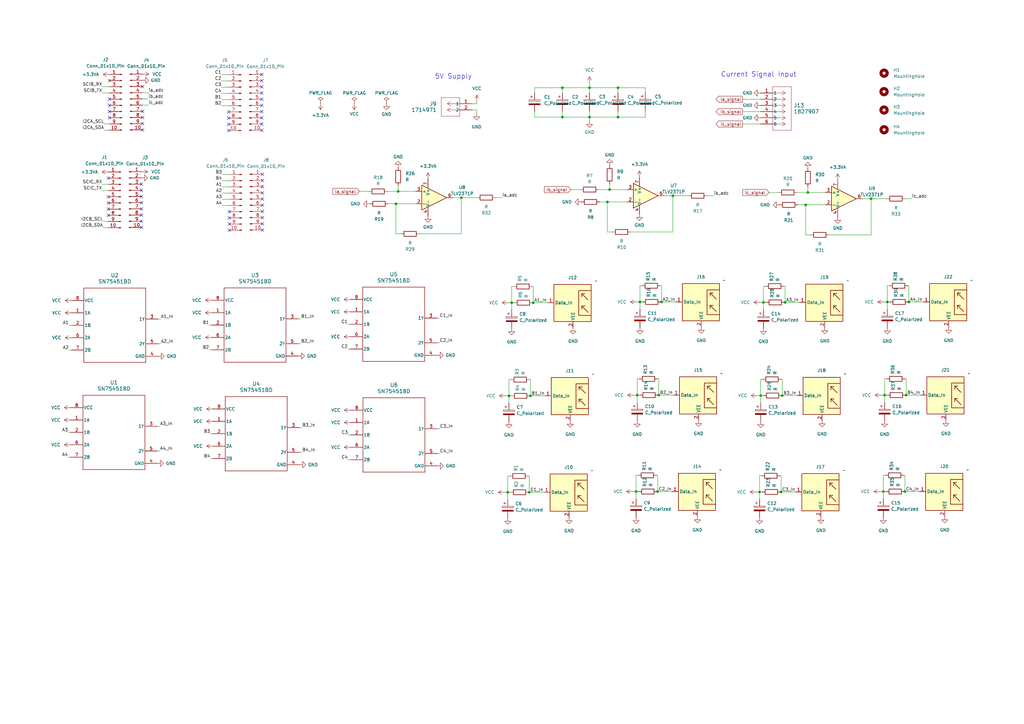
<source format=kicad_sch>
(kicad_sch (version 20230121) (generator eeschema)
  (paper "A3")
  (junction (at 362.331 201.5998))
  (junction (at 253.4666 35.9664))
  (junction (at 269.7226 201.5998))
  (junction (at 270.2052 162.052))
  (junction (at 162.3822 83.5914))
  (junction (at 209.8548 124.1552))
  (junction (at 331.343 78.9432))
  (junction (at 189.23 81.0514))
  (junction (at 371.6528 162.052))
  (junction (at 230.6828 35.9664))
  (junction (at 357.2764 81.4832))
  (junction (at 313.1312 124.0282))
  (junction (at 241.7826 35.9664))
  (junction (at 163.2966 78.5114))
  (junction (at 249.1232 82.8294))
  (junction (at 253.4666 48.0314))
  (junction (at 241.7826 48.0314))
  (junction (at 261.366 162.052))
  (junction (at 217.5764 162.3568))
  (junction (at 363.9312 123.8504))
  (junction (at 275.971 80.2894))
  (junction (at 230.6828 48.0314))
  (junction (at 262.4836 123.8504))
  (junction (at 372.7704 123.8504))
  (junction (at 218.694 124.1552))
  (junction (at 260.8834 201.5998))
  (junction (at 217.0938 201.9046))
  (junction (at 312.0136 162.2298))
  (junction (at 271.3228 123.8504))
  (junction (at 250.0376 77.7494))
  (junction (at 311.531 201.7776))
  (junction (at 208.2546 201.9046))
  (junction (at 208.7372 162.3568))
  (junction (at 320.8528 162.2298))
  (junction (at 321.9704 124.0282))
  (junction (at 330.4286 84.0232))
  (junction (at 362.8136 162.052))
  (junction (at 320.3702 201.7776))
  (junction (at 371.1702 201.5998))
  (no_connect (at 94.0562 89.3572))
  (no_connect (at 44.8818 48.2854))
  (no_connect (at 107.3658 33.0962))
  (no_connect (at 93.8022 50.9778))
  (no_connect (at 58.4454 35.4838))
  (no_connect (at 44.8818 33.0454))
  (no_connect (at 107.3658 30.5562))
  (no_connect (at 44.45 88.3158))
  (no_connect (at 107.6198 84.1756))
  (no_connect (at 58.0136 90.7542))
  (no_connect (at 107.6198 74.0156))
  (no_connect (at 44.8818 43.2054))
  (no_connect (at 107.3658 53.4162))
  (no_connect (at 58.0136 85.6742))
  (no_connect (at 44.45 85.7758))
  (no_connect (at 58.4454 50.7238))
  (no_connect (at 107.6198 76.5556))
  (no_connect (at 107.3658 48.3362))
  (no_connect (at 58.0136 88.2142))
  (no_connect (at 58.0136 75.5142))
  (no_connect (at 44.45 73.0758))
  (no_connect (at 107.3658 35.6362))
  (no_connect (at 93.8022 48.4378))
  (no_connect (at 107.3658 40.7162))
  (no_connect (at 94.0562 94.4372))
  (no_connect (at 107.6198 81.6356))
  (no_connect (at 107.6198 79.0956))
  (no_connect (at 44.45 83.2358))
  (no_connect (at 107.6198 94.3356))
  (no_connect (at 58.0136 80.5942))
  (no_connect (at 93.8022 45.8978))
  (no_connect (at 58.4454 48.1838))
  (no_connect (at 44.45 80.6958))
  (no_connect (at 58.4454 45.6438))
  (no_connect (at 107.6198 86.7156))
  (no_connect (at 44.8818 45.7454))
  (no_connect (at 44.8818 40.6654))
  (no_connect (at 107.3658 38.1762))
  (no_connect (at 58.4454 53.2638))
  (no_connect (at 58.0136 83.1342))
  (no_connect (at 107.3658 50.8762))
  (no_connect (at 94.0562 91.8972))
  (no_connect (at 58.0136 93.2942))
  (no_connect (at 107.6198 89.2556))
  (no_connect (at 107.3658 43.2562))
  (no_connect (at 58.0136 78.0542))
  (no_connect (at 107.6198 71.4756))
  (no_connect (at 107.3658 45.7962))
  (no_connect (at 93.8022 53.5178))
  (no_connect (at 94.0562 86.8172))
  (no_connect (at 107.6198 91.7956))
  (wire (pts (xy 208.5086 124.1552) (xy 209.8548 124.1552)))
  (wire (pts (xy 262.1788 155.3972) (xy 261.366 155.3972)))
  (wire (pts (xy 189.23 81.0514) (xy 185.6994 81.0514)))
  (wire (pts (xy 179.2478 140.6144) (xy 180.3146 140.6144)))
  (wire (pts (xy 249.1232 82.8294) (xy 249.1232 95.1484)))
  (wire (pts (xy 320.167 201.7776) (xy 320.3702 201.7776)))
  (wire (pts (xy 304.546 50.8508) (xy 311.8866 50.8508)))
  (wire (pts (xy 260.8834 201.5998) (xy 260.8834 204.597)))
  (wire (pts (xy 371.4496 162.052) (xy 371.6528 162.052)))
  (wire (pts (xy 330.4286 96.3422) (xy 332.4352 96.3422)))
  (wire (pts (xy 217.0938 201.9046) (xy 222.9866 201.9046)))
  (wire (pts (xy 313.1312 124.0282) (xy 314.1472 124.0282)))
  (wire (pts (xy 58.4454 40.5638) (xy 60.8584 40.5638)))
  (wire (pts (xy 91.059 84.2772) (xy 94.0562 84.2772)))
  (wire (pts (xy 261.366 162.052) (xy 261.366 165.0492)))
  (wire (pts (xy 193.6496 42.545) (xy 195.58 42.545)))
  (wire (pts (xy 208.7372 155.702) (xy 208.7372 162.3568)))
  (wire (pts (xy 142.621 143.1544) (xy 143.6878 143.1544)))
  (wire (pts (xy 262.4836 117.1956) (xy 262.4836 123.8504)))
  (wire (pts (xy 162.3822 95.9104) (xy 164.3888 95.9104)))
  (wire (pts (xy 269.3162 194.945) (xy 269.7226 194.945)))
  (wire (pts (xy 321.564 117.3734) (xy 321.9704 117.3734)))
  (wire (pts (xy 209.8548 124.1552) (xy 209.8548 127.1524)))
  (wire (pts (xy 321.9704 124.0282) (xy 327.8632 124.0282)))
  (wire (pts (xy 261.6962 194.945) (xy 260.8834 194.945)))
  (wire (pts (xy 269.7226 194.945) (xy 269.7226 201.5998)))
  (wire (pts (xy 372.364 117.1956) (xy 372.7704 117.1956)))
  (wire (pts (xy 357.2764 81.4832) (xy 353.7458 81.4832)))
  (wire (pts (xy 209.55 155.702) (xy 208.7372 155.702)))
  (wire (pts (xy 218.4908 124.1552) (xy 218.694 124.1552)))
  (wire (pts (xy 217.5764 155.702) (xy 217.5764 162.3568)))
  (wire (pts (xy 241.7826 48.0314) (xy 253.4666 48.0314)))
  (wire (pts (xy 362.8136 162.052) (xy 363.8296 162.052)))
  (wire (pts (xy 58.4454 38.0238) (xy 60.9092 38.0238)))
  (wire (pts (xy 264.668 45.593) (xy 264.668 48.0314)))
  (wire (pts (xy 230.6828 35.9664) (xy 230.6828 38.1)))
  (wire (pts (xy 289.9918 80.2894) (xy 292.7096 80.2894)))
  (wire (pts (xy 163.2966 76.2508) (xy 163.2966 78.5114)))
  (wire (pts (xy 41.8846 78.1558) (xy 44.45 78.1558)))
  (wire (pts (xy 258.7498 95.1484) (xy 275.971 95.1484)))
  (wire (pts (xy 27.8892 187.5028) (xy 28.956 187.5028)))
  (wire (pts (xy 338.5058 84.0232) (xy 330.4286 84.0232)))
  (wire (pts (xy 320.8528 155.575) (xy 320.8528 162.2298)))
  (wire (pts (xy 241.7826 35.9664) (xy 253.4666 35.9664)))
  (wire (pts (xy 64.516 184.9628) (xy 65.5828 184.9628)))
  (wire (pts (xy 142.7226 178.3842) (xy 143.7894 178.3842)))
  (wire (pts (xy 219.2528 45.7962) (xy 219.2528 48.0314)))
  (wire (pts (xy 122.3772 130.7846) (xy 123.444 130.7846)))
  (wire (pts (xy 275.971 80.2894) (xy 282.3718 80.2894)))
  (wire (pts (xy 362.331 201.5998) (xy 363.347 201.5998)))
  (wire (pts (xy 241.7826 45.6438) (xy 241.7826 48.0314)))
  (wire (pts (xy 270.2052 162.052) (xy 276.098 162.052)))
  (wire (pts (xy 257.2004 82.8294) (xy 249.1232 82.8294)))
  (wire (pts (xy 90.805 30.6578) (xy 93.8022 30.6578)))
  (wire (pts (xy 217.3732 162.3568) (xy 217.5764 162.3568)))
  (wire (pts (xy 91.059 79.1972) (xy 94.0562 79.1972)))
  (wire (pts (xy 364.744 117.1956) (xy 363.9312 117.1956)))
  (wire (pts (xy 219.2528 38.1762) (xy 219.2528 35.9664)))
  (wire (pts (xy 363.9312 117.1956) (xy 363.9312 123.8504)))
  (wire (pts (xy 179.3494 175.8442) (xy 180.4162 175.8442)))
  (wire (pts (xy 207.391 162.3568) (xy 208.7372 162.3568)))
  (wire (pts (xy 58.4454 43.1038) (xy 60.8838 43.1038)))
  (wire (pts (xy 179.3494 186.0042) (xy 180.4162 186.0042)))
  (wire (pts (xy 330.4286 84.0232) (xy 330.4286 96.3422)))
  (wire (pts (xy 27.8892 177.3428) (xy 28.956 177.3428)))
  (wire (pts (xy 217.0938 195.2498) (xy 217.0938 201.9046)))
  (wire (pts (xy 28.2194 143.5608) (xy 29.2862 143.5608)))
  (wire (pts (xy 262.4836 123.8504) (xy 262.4836 126.8476)))
  (wire (pts (xy 91.059 81.7372) (xy 94.0562 81.7372)))
  (wire (pts (xy 86.233 188.0616) (xy 87.2998 188.0616)))
  (wire (pts (xy 321.9704 117.3734) (xy 321.9704 124.0282)))
  (wire (pts (xy 269.7226 201.5998) (xy 275.6154 201.5998)))
  (wire (pts (xy 259.5372 201.5998) (xy 260.8834 201.5998)))
  (wire (pts (xy 361.4674 162.052) (xy 362.8136 162.052)))
  (wire (pts (xy 41.8846 75.6158) (xy 44.45 75.6158)))
  (wire (pts (xy 249.1232 95.1484) (xy 251.1298 95.1484)))
  (wire (pts (xy 90.805 33.1978) (xy 93.8022 33.1978)))
  (wire (pts (xy 257.2004 77.7494) (xy 250.0376 77.7494)))
  (wire (pts (xy 245.6434 77.7494) (xy 250.0376 77.7494)))
  (wire (pts (xy 85.7504 133.3246) (xy 86.8172 133.3246)))
  (wire (pts (xy 193.6496 45.085) (xy 195.4784 45.085)))
  (wire (pts (xy 261.366 162.052) (xy 262.382 162.052)))
  (wire (pts (xy 372.7704 123.8504) (xy 378.6632 123.8504)))
  (wire (pts (xy 312.0136 155.575) (xy 312.0136 162.2298)))
  (wire (pts (xy 370.967 201.5998) (xy 371.1702 201.5998)))
  (wire (pts (xy 371.1702 194.945) (xy 371.1702 201.5998)))
  (wire (pts (xy 234.1372 77.7494) (xy 238.0234 77.7494)))
  (wire (pts (xy 230.6828 48.0314) (xy 241.7826 48.0314)))
  (wire (pts (xy 264.668 48.0314) (xy 253.4666 48.0314)))
  (wire (pts (xy 162.3822 83.5914) (xy 162.3822 95.9104)))
  (wire (pts (xy 262.4836 123.8504) (xy 263.4996 123.8504)))
  (wire (pts (xy 64.8462 130.8608) (xy 65.913 130.8608)))
  (wire (pts (xy 253.4666 35.9664) (xy 264.668 35.9664)))
  (wire (pts (xy 42.2402 93.3958) (xy 44.45 93.3958)))
  (wire (pts (xy 275.971 80.2894) (xy 272.4404 80.2894)))
  (wire (pts (xy 320.3702 195.1228) (xy 320.3702 201.7776)))
  (wire (pts (xy 319.9638 195.1228) (xy 320.3702 195.1228)))
  (wire (pts (xy 189.23 95.9104) (xy 189.23 81.0514)))
  (wire (pts (xy 360.9848 201.5998) (xy 362.331 201.5998)))
  (wire (pts (xy 245.999 82.8294) (xy 249.1232 82.8294)))
  (wire (pts (xy 230.6828 35.9664) (xy 241.7826 35.9664)))
  (wire (pts (xy 320.4464 155.575) (xy 320.8528 155.575)))
  (wire (pts (xy 179.2478 130.4544) (xy 180.3146 130.4544)))
  (wire (pts (xy 271.3228 117.1956) (xy 271.3228 123.8504)))
  (wire (pts (xy 264.668 37.973) (xy 264.668 35.9664)))
  (wire (pts (xy 363.9312 123.8504) (xy 363.9312 126.8476)))
  (wire (pts (xy 219.2528 48.0314) (xy 230.6828 48.0314)))
  (wire (pts (xy 158.9024 78.5114) (xy 163.2966 78.5114)))
  (wire (pts (xy 362.585 123.8504) (xy 363.9312 123.8504)))
  (wire (pts (xy 216.6874 195.2498) (xy 217.0938 195.2498)))
  (wire (pts (xy 371.6528 162.052) (xy 377.5456 162.052)))
  (wire (pts (xy 195.4784 45.085) (xy 195.4784 46.6598)))
  (wire (pts (xy 208.2546 201.9046) (xy 209.2706 201.9046)))
  (wire (pts (xy 28.2194 133.4008) (xy 29.2862 133.4008)))
  (wire (pts (xy 275.971 95.1484) (xy 275.971 80.2894)))
  (wire (pts (xy 362.8136 162.052) (xy 362.8136 165.0492)))
  (wire (pts (xy 210.6676 117.5004) (xy 209.8548 117.5004)))
  (wire (pts (xy 311.785 124.0282) (xy 313.1312 124.0282)))
  (wire (pts (xy 64.8462 141.0208) (xy 65.913 141.0208)))
  (wire (pts (xy 312.0136 162.2298) (xy 313.0296 162.2298)))
  (wire (pts (xy 142.7226 188.5442) (xy 143.7894 188.5442)))
  (wire (pts (xy 203.2508 81.0514) (xy 205.9686 81.0514)))
  (wire (pts (xy 311.531 201.7776) (xy 311.531 204.7748)))
  (wire (pts (xy 311.531 201.7776) (xy 312.547 201.7776)))
  (wire (pts (xy 371.6528 155.3972) (xy 371.6528 162.052)))
  (wire (pts (xy 313.1312 117.3734) (xy 313.1312 124.0282)))
  (wire (pts (xy 263.2964 117.1956) (xy 262.4836 117.1956)))
  (wire (pts (xy 189.23 81.0514) (xy 195.6308 81.0514)))
  (wire (pts (xy 269.5194 201.5998) (xy 269.7226 201.5998)))
  (wire (pts (xy 217.17 155.702) (xy 217.5764 155.702)))
  (wire (pts (xy 170.4594 83.5914) (xy 162.3822 83.5914)))
  (wire (pts (xy 208.2546 201.9046) (xy 208.2546 204.9018)))
  (wire (pts (xy 216.8906 201.9046) (xy 217.0938 201.9046)))
  (wire (pts (xy 370.7638 194.945) (xy 371.1702 194.945)))
  (wire (pts (xy 209.8548 117.5004) (xy 209.8548 124.1552)))
  (wire (pts (xy 371.2464 155.3972) (xy 371.6528 155.3972)))
  (wire (pts (xy 91.059 76.6572) (xy 94.0562 76.6572)))
  (wire (pts (xy 312.8264 155.575) (xy 312.0136 155.575)))
  (wire (pts (xy 122.3772 140.9446) (xy 123.444 140.9446)))
  (wire (pts (xy 122.8598 175.3616) (xy 123.9266 175.3616)))
  (wire (pts (xy 326.9488 78.9432) (xy 331.343 78.9432)))
  (wire (pts (xy 91.059 71.5772) (xy 94.0562 71.5772)))
  (wire (pts (xy 371.2972 81.4832) (xy 374.015 81.4832)))
  (wire (pts (xy 363.1438 194.945) (xy 362.331 194.945)))
  (wire (pts (xy 217.5764 162.3568) (xy 223.4692 162.3568)))
  (wire (pts (xy 170.4594 78.5114) (xy 163.2966 78.5114)))
  (wire (pts (xy 320.8528 162.2298) (xy 326.7456 162.2298)))
  (wire (pts (xy 159.258 83.5914) (xy 162.3822 83.5914)))
  (wire (pts (xy 172.0088 95.9104) (xy 189.23 95.9104)))
  (wire (pts (xy 327.3044 84.0232) (xy 330.4286 84.0232)))
  (wire (pts (xy 147.3962 78.5114) (xy 151.2824 78.5114)))
  (wire (pts (xy 218.2876 117.5004) (xy 218.694 117.5004)))
  (wire (pts (xy 269.7988 155.3972) (xy 270.2052 155.3972)))
  (wire (pts (xy 372.5672 123.8504) (xy 372.7704 123.8504)))
  (wire (pts (xy 372.7704 117.1956) (xy 372.7704 123.8504)))
  (wire (pts (xy 362.331 201.5998) (xy 362.331 204.597)))
  (wire (pts (xy 208.7372 162.3568) (xy 209.7532 162.3568)))
  (wire (pts (xy 357.2764 96.3422) (xy 357.2764 81.4832)))
  (wire (pts (xy 362.8136 155.3972) (xy 362.8136 162.052)))
  (wire (pts (xy 41.91 35.5854) (xy 44.8818 35.5854)))
  (wire (pts (xy 260.8834 194.945) (xy 260.8834 201.5998)))
  (wire (pts (xy 331.343 76.6826) (xy 331.343 78.9432)))
  (wire (pts (xy 230.6828 45.72) (xy 230.6828 48.0314)))
  (wire (pts (xy 321.7672 124.0282) (xy 321.9704 124.0282)))
  (wire (pts (xy 311.531 195.1228) (xy 311.531 201.7776)))
  (wire (pts (xy 208.7372 162.3568) (xy 208.7372 165.354)))
  (wire (pts (xy 90.805 40.8178) (xy 93.8022 40.8178)))
  (wire (pts (xy 241.7826 34.0614) (xy 241.7826 35.9664)))
  (wire (pts (xy 315.4426 78.9432) (xy 319.3288 78.9432)))
  (wire (pts (xy 91.059 74.1172) (xy 94.0562 74.1172)))
  (wire (pts (xy 250.0376 75.4888) (xy 250.0376 77.7494)))
  (wire (pts (xy 270.9164 117.1956) (xy 271.3228 117.1956)))
  (wire (pts (xy 85.7504 143.4846) (xy 86.8172 143.4846)))
  (wire (pts (xy 304.546 45.7708) (xy 311.8866 45.7708)))
  (wire (pts (xy 310.1848 201.7776) (xy 311.531 201.7776)))
  (wire (pts (xy 312.3438 195.1228) (xy 311.531 195.1228)))
  (wire (pts (xy 271.3228 123.8504) (xy 277.2156 123.8504)))
  (wire (pts (xy 209.8548 124.1552) (xy 210.8708 124.1552)))
  (wire (pts (xy 313.944 117.3734) (xy 313.1312 117.3734)))
  (wire (pts (xy 310.6674 162.2298) (xy 312.0136 162.2298)))
  (wire (pts (xy 64.516 174.8028) (xy 65.5828 174.8028)))
  (wire (pts (xy 357.2764 81.4832) (xy 363.6772 81.4832)))
  (wire (pts (xy 90.805 38.2778) (xy 93.8022 38.2778)))
  (wire (pts (xy 41.9354 38.1254) (xy 44.8818 38.1254)))
  (wire (pts (xy 241.7826 48.0314) (xy 241.7826 49.7586)))
  (wire (pts (xy 42.672 50.8254) (xy 44.8818 50.8254)))
  (wire (pts (xy 261.366 155.3972) (xy 261.366 162.052)))
  (wire (pts (xy 42.2656 90.8558) (xy 44.45 90.8558)))
  (wire (pts (xy 371.1702 201.5998) (xy 377.063 201.5998)))
  (wire (pts (xy 261.1374 123.8504) (xy 262.4836 123.8504)))
  (wire (pts (xy 42.672 53.3654) (xy 44.8818 53.3654)))
  (wire (pts (xy 271.1196 123.8504) (xy 271.3228 123.8504)))
  (wire (pts (xy 362.331 194.945) (xy 362.331 201.5998)))
  (wire (pts (xy 313.1312 124.0282) (xy 313.1312 127.0254)))
  (wire (pts (xy 363.9312 123.8504) (xy 364.9472 123.8504)))
  (wire (pts (xy 142.621 132.9944) (xy 143.6878 132.9944)))
  (wire (pts (xy 218.694 124.1552) (xy 224.5868 124.1552)))
  (wire (pts (xy 320.6496 162.2298) (xy 320.8528 162.2298)))
  (wire (pts (xy 90.805 43.3578) (xy 93.8022 43.3578)))
  (wire (pts (xy 260.0198 162.052) (xy 261.366 162.052)))
  (wire (pts (xy 122.8598 185.5216) (xy 123.9266 185.5216)))
  (wire (pts (xy 260.8834 201.5998) (xy 261.8994 201.5998)))
  (wire (pts (xy 86.233 177.9016) (xy 87.2998 177.9016)))
  (wire (pts (xy 206.9084 201.9046) (xy 208.2546 201.9046)))
  (wire (pts (xy 320.3702 201.7776) (xy 326.263 201.7776)))
  (wire (pts (xy 219.2528 35.9664) (xy 230.6828 35.9664)))
  (wire (pts (xy 90.805 35.7378) (xy 93.8022 35.7378)))
  (wire (pts (xy 312.0136 162.2298) (xy 312.0136 165.227)))
  (wire (pts (xy 208.2546 195.2498) (xy 208.2546 201.9046)))
  (wire (pts (xy 209.0674 195.2498) (xy 208.2546 195.2498)))
  (wire (pts (xy 195.58 41.6052) (xy 195.58 42.545)))
  (wire (pts (xy 253.4666 35.9664) (xy 253.4666 38.1)))
  (wire (pts (xy 340.0552 96.3422) (xy 357.2764 96.3422)))
  (wire (pts (xy 270.002 162.052) (xy 270.2052 162.052)))
  (wire (pts (xy 253.4666 45.72) (xy 253.4666 48.0314)))
  (wire (pts (xy 304.546 40.6908) (xy 311.8866 40.6908)))
  (wire (pts (xy 241.7826 35.9664) (xy 241.7826 38.0238)))
  (wire (pts (xy 363.6264 155.3972) (xy 362.8136 155.3972)))
  (wire (pts (xy 338.5058 78.9432) (xy 331.343 78.9432)))
  (wire (pts (xy 218.694 117.5004) (xy 218.694 124.1552)))
  (wire (pts (xy 270.2052 155.3972) (xy 270.2052 162.052)))
  (text "Current Signal Input" (at 295.6306 31.8008 0) (effects (font (size 2 2)) (justify left bottom)))
  (text "5V Supply" (at 178.308 32.6136 0) (effects (font (size 2 2)) (justify left bottom)))
  (label "B3_In" (at 321.2338 162.2298 0))
  (label "B2" (at 85.7504 143.4846 180))
  (label "A2_In" (at 65.913 141.0208 0))
  (label "B4" (at 91.059 74.1172 180))
  (label "C3_In" (at 320.7512 201.7776 0))
  (label "A2_In" (at 271.7038 123.8504 0))
  (label "B4_In" (at 372.0338 162.052 0))
  (label "A4" (at 27.8892 187.5028 180))
  (label "A3" (at 27.8892 177.3428 180))
  (label "A3_In" (at 65.5828 174.8028 0))
  (label "I2CB_SDA" (at 42.2402 93.3958 180))
  (label "I2CA_SDA" (at 42.672 53.3654 180))
  (label "C3" (at 142.7226 178.3842 180))
  (label "C1_In" (at 180.3146 130.4544 0))
  (label "B1_In" (at 217.9574 162.3568 0))
  (label "B1_In" (at 123.444 130.7846 0))
  (label "C3_In" (at 180.4162 175.8442 0))
  (label "C1" (at 90.805 30.6578 180))
  (label "C1_In" (at 217.4748 201.9046 0))
  (label "C4" (at 90.805 38.2778 180))
  (label "ia_adc" (at 60.9092 38.0238 0))
  (label "SCIC_RX" (at 41.8846 75.6158 180))
  (label "B2" (at 90.805 43.3578 180))
  (label "ic_adc" (at 374.015 81.4832 0))
  (label "B1" (at 90.805 40.8178 180))
  (label "B3_In" (at 123.9266 175.3616 0))
  (label "C2" (at 142.621 143.1544 180))
  (label "A1" (at 28.2194 133.4008 180))
  (label "B4" (at 86.233 188.0616 180))
  (label "I2CA_SCL" (at 42.672 50.8254 180))
  (label "B1" (at 85.7504 133.3246 180))
  (label "ib_adc" (at 292.7096 80.2894 0))
  (label "B4_In" (at 123.9266 185.5216 0))
  (label "B3" (at 91.059 71.5772 180))
  (label "SCIB_TX" (at 41.9354 38.1254 180))
  (label "B2_In" (at 123.444 140.9446 0))
  (label "ib_adc" (at 60.8584 40.5638 0))
  (label "C4_In" (at 371.5512 201.5998 0))
  (label "A4_In" (at 373.1514 123.8504 0))
  (label "A2" (at 28.2194 143.5608 180))
  (label "C1" (at 142.621 132.9944 180))
  (label "ia_adc" (at 205.9686 81.0514 0))
  (label "A1_In" (at 219.075 124.1552 0))
  (label "A3_In" (at 322.3514 124.0282 0))
  (label "A1_In" (at 65.913 130.8608 0))
  (label "SCIB_RX" (at 41.91 35.5854 180))
  (label "A4" (at 91.059 84.2772 180))
  (label "B3" (at 86.233 177.9016 180))
  (label "C2_In" (at 180.3146 140.6144 0))
  (label "A4_In" (at 65.5828 184.9628 0))
  (label "I2CB_SCL" (at 42.2656 90.8558 180))
  (label "C3" (at 90.805 35.7378 180))
  (label "SCIC_TX" (at 41.8846 78.1558 180))
  (label "ic_adc" (at 60.8838 43.1038 0))
  (label "A2" (at 91.059 79.1972 180))
  (label "A1" (at 91.059 76.6572 180))
  (label "C2" (at 90.805 33.1978 180))
  (label "C4_In" (at 180.4162 186.0042 0))
  (label "A3" (at 91.059 81.7372 180))
  (label "B2_In" (at 270.5862 162.052 0))
  (label "C4" (at 142.7226 188.5442 180))
  (label "C2_In" (at 270.1036 201.5998 0))
  (global_label "ia_signal" (shape input) (at 147.3962 78.5114 180) (property "Intersheetrefs" "${INTERSHEET_REFS}" (effects hide)))
  (global_label "ib_signal" (shape output) (at 304.546 45.7708 180) (property "Intersheetrefs" "${INTERSHEET_REFS}" (effects hide)))
  (global_label "ic_signal" (shape output) (at 304.546 50.8508 180) (property "Intersheetrefs" "${INTERSHEET_REFS}" (effects hide)))
  (global_label "ia_signal" (shape output) (at 304.546 40.6908 180) (property "Intersheetrefs" "${INTERSHEET_REFS}" (effects hide)))
  (global_label "ic_signal" (shape input) (at 315.4426 78.9432 180) (property "Intersheetrefs" "${INTERSHEET_REFS}" (effects hide)))
  (global_label "ib_signal" (shape input) (at 234.1372 77.7494 180) (property "Intersheetrefs" "${INTERSHEET_REFS}" (effects hide)))
  (symbol (lib_id "power:VCC") (at 28.956 182.4228 90) (unit 1)
    (property "Reference" "#PWR03" (effects hide))
    (property "Value" "VCC" (at 24.8158 182.4228 90) (effects (justify left)))
  )
  (symbol (lib_id "Device:R") (at 266.192 162.052 90) (unit 1)
    (property "Reference" "R14" (at 264.922 160.1216 0) (effects (justify left)))
    (property "Value" "R" (at 267.462 160.1216 0) (effects (justify left)))
    (property "Footprint" "Resistor_SMD:R_1206_3216Metric" (effects hide))
  )
  (symbol (lib_id "power:GND") (at 260.8834 212.217 0) (unit 1)
    (property "Reference" "#PWR049" (effects hide))
    (property "Value" "GND" (at 260.8834 217.6526 0))
  )
  (symbol (lib_id "power:GND") (at 58.4454 32.9438 90) (unit 1)
    (property "Reference" "#PWR086" (effects hide))
    (property "Value" "GND" (at 61.7728 32.9438 90) (effects (justify right)))
  )
  (symbol (lib_id "power:VCC") (at 310.1848 201.7776 90) (unit 1)
    (property "Reference" "#PWR057" (effects hide))
    (property "Value" "VCC" (at 306.0446 201.7776 90) (effects (justify left)))
  )
  (symbol (lib_id "power:VCC") (at 58.4454 30.4038 270) (unit 1)
    (property "Reference" "#PWR084" (effects hide))
    (property "Value" "VCC" (at 62.4586 30.4038 90) (effects (justify left)))
  )
  (symbol (lib_id "power:VCC") (at 259.5372 201.5998 90) (unit 1)
    (property "Reference" "#PWR047" (effects hide))
    (property "Value" "VCC" (at 255.397 201.5998 90) (effects (justify left)))
  )
  (symbol (lib_id "FYP_Components:HFBR-1521Z") (at 387.4516 120.2436 0) (mirror y) (unit 1)
    (property "Reference" "J22" (at 388.8994 113.5634 0))
    (property "Value" "~" (at 398.5006 114.9604 0))
    (property "Footprint" "OptoDevice:Broadcom_AFBR-16xxZ_Horizontal" (effects hide))
  )
  (symbol (lib_id "power:GND") (at 151.638 83.5914 270) (unit 1)
    (property "Reference" "#PWR056" (effects hide))
    (property "Value" "GND" (at 147.7772 83.5914 90) (effects (justify right)))
  )
  (symbol (lib_id "power:VCC") (at 86.8172 138.4046 90) (unit 1)
    (property "Reference" "#PWR011" (effects hide))
    (property "Value" "VCC" (at 82.677 138.4046 90) (effects (justify left)))
  )
  (symbol (lib_id "power:GND") (at 179.3494 191.0842 90) (unit 1)
    (property "Reference" "#PWR028" (effects hide))
    (property "Value" "GND" (at 182.7784 191.0842 90) (effects (justify right)))
  )
  (symbol (lib_id "FYP_Components:1827907") (at 311.8866 38.1508 0) (unit 1)
    (property "Reference" "J13" (at 325.5264 43.2308 0) (effects (font (size 1.524 1.524)) (justify left)))
    (property "Value" "1827907" (at 325.5264 45.7708 0) (effects (font (size 1.524 1.524)) (justify left)))
    (property "Footprint" "CONN_1827907" (effects hide))
    (property "Datasheet" "1827907" (effects hide))
  )
  (symbol (lib_id "power:VCC") (at 361.4674 162.052 90) (unit 1)
    (property "Reference" "#PWR074" (effects hide))
    (property "Value" "VCC" (at 357.3272 162.052 90) (effects (justify left)))
  )
  (symbol (lib_id "power:VCC") (at 362.585 123.8504 90) (unit 1)
    (property "Reference" "#PWR076" (effects hide))
    (property "Value" "VCC" (at 358.4448 123.8504 90) (effects (justify left)))
  )
  (symbol (lib_id "power:VCC") (at 28.956 167.1828 90) (unit 1)
    (property "Reference" "#PWR01" (effects hide))
    (property "Value" "VCC" (at 24.8158 167.1828 90) (effects (justify left)))
  )
  (symbol (lib_id "power:+3.3VA") (at 343.5858 73.8632 0) (unit 1)
    (property "Reference" "#PWR068" (effects hide))
    (property "Value" "+3.3VA" (at 343.5858 68.58 0))
  )
  (symbol (lib_id "FYP_Components:SN75451BD") (at 104.5972 133.3246 0) (unit 1)
    (property "Reference" "U3" (at 104.5972 112.8522 0) (effects (font (size 1.524 1.524))))
    (property "Value" "SN75451BD" (at 104.5972 115.3922 0) (effects (font (size 1.524 1.524))))
    (property "Footprint" "D0008A_N" (effects hide))
    (property "Datasheet" "SN75451BD" (effects hide))
  )
  (symbol (lib_id "power:VCC") (at 29.2862 128.3208 90) (unit 1)
    (property "Reference" "#PWR05" (effects hide))
    (property "Value" "VCC" (at 25.146 128.3208 90) (effects (justify left)))
  )
  (symbol (lib_id "FYP_Components:HFBR-1521Z") (at 233.3752 120.5484 0) (mirror y) (unit 1)
    (property "Reference" "J12" (at 234.823 113.8682 0))
    (property "Value" "~" (at 244.4242 115.2652 0))
    (property "Footprint" "OptoDevice:Broadcom_AFBR-16xxZ_Horizontal" (effects hide))
  )
  (symbol (lib_id "Device:R") (at 317.754 117.3734 90) (unit 1)
    (property "Reference" "R27" (at 316.484 115.443 0) (effects (justify left)))
    (property "Value" "R" (at 319.024 115.443 0) (effects (justify left)))
    (property "Footprint" "Resistor_SMD:R_1206_3216Metric" (effects hide))
  )
  (symbol (lib_id "power:VCC") (at 29.2862 123.2408 90) (unit 1)
    (property "Reference" "#PWR04" (effects hide))
    (property "Value" "VCC" (at 25.146 123.2408 90) (effects (justify left)))
  )
  (symbol (lib_id "Device:C_Polarized") (at 253.4666 41.91 0) (unit 1)
    (property "Reference" "C4" (at 257.3274 39.751 0) (effects (justify left)))
    (property "Value" "C_Polarized" (at 257.3274 42.291 0) (effects (justify left)))
  )
  (symbol (lib_id "Device:C_Polarized") (at 260.8834 208.407 0) (unit 1)
    (property "Reference" "C9" (at 264.0076 206.248 0) (effects (justify left)))
    (property "Value" "C_Polarized" (at 264.0076 208.788 0) (effects (justify left)))
    (property "Footprint" "Capacitor_SMD:C_1206_3216Metric" (effects hide))
  )
  (symbol (lib_id "power:GND") (at 363.9312 134.4676 0) (unit 1)
    (property "Reference" "#PWR078" (effects hide))
    (property "Value" "GND" (at 363.9312 139.9032 0))
  )
  (symbol (lib_id "power:PWR_FLAG") (at 131.445 42.3926 0) (unit 1)
    (property "Reference" "#FLG03" (effects hide))
    (property "Value" "PWR_FLAG" (at 131.445 38.1 0))
  )
  (symbol (lib_id "Device:C_Polarized") (at 230.6828 41.91 0) (unit 1)
    (property "Reference" "C2" (at 234.5436 39.751 0) (effects (justify left)))
    (property "Value" "C_Polarized" (at 234.5436 42.291 0) (effects (justify left)))
  )
  (symbol (lib_id "power:VCC") (at 360.9848 201.5998 90) (unit 1)
    (property "Reference" "#PWR073" (effects hide))
    (property "Value" "VCC" (at 356.8446 201.5998 90) (effects (justify left)))
  )
  (symbol (lib_id "Amplifier_Operational:TLV2371P") (at 264.8204 80.2894 0) (unit 1)
    (property "Reference" "U7" (at 276.3012 76.0985 0))
    (property "Value" "TLV2371P" (at 276.3012 78.6385 0))
    (property "Footprint" "Package_DIP:DIP-8_W7.62mm" (effects hide))
    (property "Datasheet" "http://www.ti.com/lit/ds/symlink/tlv2375.pdf" (effects hide))
  )
  (symbol (lib_id "Device:C_Polarized") (at 363.9312 130.6576 0) (unit 1)
    (property "Reference" "C17" (at 367.0554 128.4986 0) (effects (justify left)))
    (property "Value" "C_Polarized" (at 367.0554 131.0386 0) (effects (justify left)))
    (property "Footprint" "Capacitor_SMD:C_1206_3216Metric" (effects hide))
  )
  (symbol (lib_id "power:VCC") (at 87.2998 182.9816 90) (unit 1)
    (property "Reference" "#PWR014" (effects hide))
    (property "Value" "VCC" (at 83.1596 182.9816 90) (effects (justify left)))
  )
  (symbol (lib_id "Device:R") (at 367.4364 155.3972 90) (unit 1)
    (property "Reference" "R36" (at 366.1664 153.4668 0) (effects (justify left)))
    (property "Value" "R" (at 368.7064 153.4668 0) (effects (justify left)))
    (property "Footprint" "Resistor_SMD:R_1206_3216Metric" (effects hide))
  )
  (symbol (lib_id "Connector:Conn_01x10_Pin") (at 102.5398 81.6356 0) (unit 1)
    (property "Reference" "J8" (at 109.1438 65.659 0))
    (property "Value" "Conn_01x10_Pin" (at 109.1438 68.199 0))
    (property "Footprint" "Connector_PinHeader_2.54mm:PinHeader_1x10_P2.54mm_Vertical" (effects hide))
  )
  (symbol (lib_id "Connector:Conn_01x10_Pin") (at 53.3654 40.5638 0) (unit 1)
    (property "Reference" "J4" (at 59.9694 24.5872 0))
    (property "Value" "Conn_01x10_Pin" (at 59.9694 27.1272 0))
    (property "Footprint" "Connector_PinHeader_2.54mm:PinHeader_1x10_P2.54mm_Vertical" (effects hide))
  )
  (symbol (lib_id "power:GND") (at 64.516 190.0428 90) (unit 1)
    (property "Reference" "#PWR07" (effects hide))
    (property "Value" "GND" (at 67.945 190.0428 90) (effects (justify right)))
  )
  (symbol (lib_id "power:GND") (at 311.8866 48.3108 270) (unit 1)
    (property "Reference" "#PWR044" (effects hide))
    (property "Value" "GND" (at 308.6354 48.3108 90) (effects (justify right)))
  )
  (symbol (lib_id "power:VCC") (at 311.785 124.0282 90) (unit 1)
    (property "Reference" "#PWR061" (effects hide))
    (property "Value" "VCC" (at 307.6448 124.0282 90) (effects (justify left)))
  )
  (symbol (lib_id "FYP_Components:HFBR-1521Z") (at 284.8864 158.4452 0) (mirror y) (unit 1)
    (property "Reference" "J15" (at 286.3342 151.765 0))
    (property "Value" "~" (at 295.9354 153.162 0))
    (property "Footprint" "OptoDevice:Broadcom_AFBR-16xxZ_Horizontal" (effects hide))
  )
  (symbol (lib_id "power:+3.3VA") (at 44.45 70.5358 90) (unit 1)
    (property "Reference" "#PWR083" (effects hide))
    (property "Value" "+3.3VA" (at 40.2082 70.5358 90) (effects (justify left)))
  )
  (symbol (lib_id "Device:R") (at 155.0924 78.5114 90) (unit 1)
    (property "Reference" "R18" (at 155.0924 72.8218 90))
    (property "Value" "R" (at 155.0924 75.3618 90))
    (property "Footprint" "Resistor_SMD:R_1206_3216Metric" (effects hide))
  )
  (symbol (lib_id "power:GND") (at 337.1596 172.5676 0) (unit 1)
    (property "Reference" "#PWR071" (effects hide))
    (property "Value" "GND" (at 337.1596 178.0032 0))
  )
  (symbol (lib_id "Device:C_Polarized") (at 261.366 168.8592 0) (unit 1)
    (property "Reference" "C10" (at 264.4902 166.7002 0) (effects (justify left)))
    (property "Value" "C_Polarized" (at 264.4902 169.2402 0) (effects (justify left)))
    (property "Footprint" "Capacitor_SMD:C_1206_3216Metric" (effects hide))
  )
  (symbol (lib_id "Device:R") (at 250.0376 71.6788 180) (unit 1)
    (property "Reference" "R9" (at 253.0348 70.4088 0) (effects (justify right)))
    (property "Value" "R" (at 253.0348 72.9488 0) (effects (justify right)))
    (property "Footprint" "Resistor_SMD:R_1206_3216Metric" (effects hide))
  )
  (symbol (lib_id "power:GND") (at 233.8832 172.6946 0) (unit 1)
    (property "Reference" "#PWR039" (effects hide))
    (property "Value" "GND" (at 233.8832 178.1302 0))
  )
  (symbol (lib_id "Connector:Conn_01x10_Pin") (at 98.8822 40.8178 0) (mirror y) (unit 1)
    (property "Reference" "J5" (at 92.202 24.6634 0))
    (property "Value" "Conn_01x10_Pin" (at 92.202 27.2034 0))
    (property "Footprint" "Connector_PinHeader_2.54mm:PinHeader_1x10_P2.54mm_Vertical" (effects hide))
  )
  (symbol (lib_id "Device:C_Polarized") (at 362.331 208.407 0) (unit 1)
    (property "Reference" "C15" (at 365.4552 206.248 0) (effects (justify left)))
    (property "Value" "C_Polarized" (at 365.4552 208.788 0) (effects (justify left)))
    (property "Footprint" "Capacitor_SMD:C_1206_3216Metric" (effects hide))
  )
  (symbol (lib_id "FYP_Components:HFBR-1521Z") (at 386.334 158.4452 0) (mirror y) (unit 1)
    (property "Reference" "J21" (at 387.7818 151.765 0))
    (property "Value" "~" (at 397.383 153.162 0))
    (property "Footprint" "OptoDevice:Broadcom_AFBR-16xxZ_Horizontal" (effects hide))
  )
  (symbol (lib_id "FYP_Components:SN75451BD") (at 46.736 177.3428 0) (unit 1)
    (property "Reference" "U1" (at 46.736 156.8704 0) (effects (font (size 1.524 1.524))))
    (property "Value" "SN75451BD" (at 46.736 159.4104 0) (effects (font (size 1.524 1.524))))
    (property "Footprint" "D0008A_N" (effects hide))
    (property "Datasheet" "SN75451BD" (effects hide))
  )
  (symbol (lib_id "power:GND") (at 338.2772 134.366 0) (unit 1)
    (property "Reference" "#PWR072" (effects hide))
    (property "Value" "GND" (at 338.2772 139.8016 0))
  )
  (symbol (lib_id "Device:R") (at 316.8396 162.2298 90) (unit 1)
    (property "Reference" "R25" (at 315.5696 160.2994 0) (effects (justify left)))
    (property "Value" "R" (at 318.1096 160.2994 0) (effects (justify left)))
    (property "Footprint" "Resistor_SMD:R_1206_3216Metric" (effects hide))
  )
  (symbol (lib_id "Device:R") (at 367.157 201.5998 90) (unit 1)
    (property "Reference" "R35" (at 365.887 199.6694 0) (effects (justify left)))
    (property "Value" "R" (at 368.427 199.6694 0) (effects (justify left)))
    (property "Footprint" "Resistor_SMD:R_1206_3216Metric" (effects hide))
  )
  (symbol (lib_id "Connector:Conn_01x10_Pin") (at 49.9618 40.6654 0) (mirror y) (unit 1)
    (property "Reference" "J2" (at 43.2816 24.511 0))
    (property "Value" "Conn_01x10_Pin" (at 43.2816 27.051 0))
    (property "Footprint" "Connector_PinHeader_2.54mm:PinHeader_1x10_P2.54mm_Vertical" (effects hide))
  )
  (symbol (lib_id "power:GND") (at 262.2804 87.9094 0) (unit 1)
    (property "Reference" "#PWR046" (effects hide))
    (property "Value" "GND" (at 262.2804 92.3544 0))
  )
  (symbol (lib_id "power:GND") (at 158.5214 42.418 0) (unit 1)
    (property "Reference" "#PWR024" (effects hide))
    (property "Value" "GND" (at 158.5214 46.863 0))
  )
  (symbol (lib_id "Mechanical:MountingHole") (at 362.6104 53.213 0) (unit 1)
    (property "Reference" "H4" (at 366.395 51.9429 0) (effects (justify left)))
    (property "Value" "MountingHole" (at 366.395 54.4829 0) (effects (justify left)))
    (property "Footprint" "MountingHole:MountingHole_3.2mm_M3_Pad_Via" (effects hide))
  )
  (symbol (lib_id "Device:R") (at 214.4776 117.5004 90) (unit 1)
    (property "Reference" "R5" (at 213.2076 115.57 0) (effects (justify left)))
    (property "Value" "R" (at 215.7476 115.57 0) (effects (justify left)))
    (property "Footprint" "Resistor_SMD:R_1206_3216Metric" (effects hide))
  )
  (symbol (lib_id "power:GND") (at 387.477 211.9376 0) (unit 1)
    (property "Reference" "#PWR079" (effects hide))
    (property "Value" "GND" (at 387.477 217.3732 0))
  )
  (symbol (lib_id "power:GND") (at 331.343 69.0626 180) (unit 1)
    (property "Reference" "#PWR065" (effects hide))
    (property "Value" "GND" (at 331.343 64.7446 0))
  )
  (symbol (lib_id "Device:R") (at 213.36 155.702 90) (unit 1)
    (property "Reference" "R3" (at 212.09 153.7716 0) (effects (justify left)))
    (property "Value" "R" (at 214.63 153.7716 0) (effects (justify left)))
    (property "Footprint" "Resistor_SMD:R_1206_3216Metric" (effects hide))
  )
  (symbol (lib_id "Device:R") (at 213.0806 201.9046 90) (unit 1)
    (property "Reference" "R2" (at 211.8106 199.9742 0) (effects (justify left)))
    (property "Value" "R" (at 214.3506 199.9742 0) (effects (justify left)))
    (property "Footprint" "Resistor_SMD:R_1206_3216Metric" (effects hide))
  )
  (symbol (lib_id "power:GND") (at 343.5858 89.1032 0) (unit 1)
    (property "Reference" "#PWR069" (effects hide))
    (property "Value" "GND" (at 343.5858 93.5482 0))
  )
  (symbol (lib_id "FYP_Components:SN75451BD") (at 47.0662 133.4008 0) (unit 1)
    (property "Reference" "U2" (at 47.0662 112.9284 0) (effects (font (size 1.524 1.524))))
    (property "Value" "SN75451BD" (at 47.0662 115.4684 0) (effects (font (size 1.524 1.524))))
    (property "Footprint" "D0008A_N" (effects hide))
    (property "Datasheet" "SN75451BD" (effects hide))
  )
  (symbol (lib_id "power:GND") (at 311.8866 38.1508 270) (unit 1)
    (property "Reference" "#PWR042" (effects hide))
    (property "Value" "GND" (at 308.6354 38.1508 90) (effects (justify right)))
  )
  (symbol (lib_id "Device:R") (at 286.1818 80.2894 270) (mirror x) (unit 1)
    (property "Reference" "R17" (at 286.1818 86.5886 90))
    (property "Value" "R" (at 286.1818 84.0486 90))
    (property "Footprint" "Resistor_SMD:R_1206_3216Metric" (effects hide))
  )
  (symbol (lib_id "power:+3.3VA") (at 175.5394 73.4314 0) (unit 1)
    (property "Reference" "#PWR066" (effects hide))
    (property "Value" "+3.3VA" (at 175.5394 68.1482 0))
  )
  (symbol (lib_id "Connector:Conn_01x10_Pin") (at 49.53 80.6958 0) (mirror y) (unit 1)
    (property "Reference" "J1" (at 42.8498 64.5414 0))
    (property "Value" "Conn_01x10_Pin" (at 42.8498 67.0814 0))
    (property "Footprint" "Connector_PinHeader_2.54mm:PinHeader_1x10_P2.54mm_Vertical" (effects hide))
  )
  (symbol (lib_id "Device:R") (at 323.1388 78.9432 90) (unit 1)
    (property "Reference" "R20" (at 323.1388 73.2536 90))
    (property "Value" "R" (at 323.1388 75.7936 90))
    (property "Footprint" "Resistor_SMD:R_1206_3216Metric" (effects hide))
  )
  (symbol (lib_id "FYP_Components:1714971") (at 193.6496 42.545 0) (mirror y) (unit 1)
    (property "Reference" "J9" (at 179.1208 42.545 0) (effects (font (size 1.524 1.524)) (justify left)))
    (property "Value" "1714971" (at 179.1208 45.085 0) (effects (font (size 1.524 1.524)) (justify left)))
    (property "Footprint" "CONN_1714971_PXC" (effects hide))
    (property "Datasheet" "1714971" (effects hide))
  )
  (symbol (lib_id "Device:R") (at 317.9572 124.0282 90) (unit 1)
    (property "Reference" "R28" (at 316.6872 122.0978 0) (effects (justify left)))
    (property "Value" "R" (at 319.2272 122.0978 0) (effects (justify left)))
    (property "Footprint" "Resistor_SMD:R_1206_3216Metric" (effects hide))
  )
  (symbol (lib_id "FYP_Components:SN75451BD") (at 161.4678 132.9944 0) (unit 1)
    (property "Reference" "U5" (at 161.4678 112.522 0) (effects (font (size 1.524 1.524))))
    (property "Value" "SN75451BD" (at 161.4678 115.062 0) (effects (font (size 1.524 1.524))))
    (property "Footprint" "D0008A_N" (effects hide))
    (property "Datasheet" "SN75451BD" (effects hide))
  )
  (symbol (lib_id "Amplifier_Operational:TLV2371P") (at 178.0794 81.0514 0) (unit 1)
    (property "Reference" "U8" (at 189.5602 76.8605 0))
    (property "Value" "TLV2371P" (at 189.5602 79.4005 0))
    (property "Footprint" "Package_DIP:DIP-8_W7.62mm" (effects hide))
    (property "Datasheet" "http://www.ti.com/lit/ds/symlink/tlv2375.pdf" (effects hide))
  )
  (symbol (lib_id "FYP_Components:HFBR-1521Z") (at 336.6516 120.4214 0) (mirror y) (unit 1)
    (property "Reference" "J19" (at 338.0994 113.7412 0))
    (property "Value" "~" (at 347.7006 115.1382 0))
    (property "Footprint" "OptoDevice:Broadcom_AFBR-16xxZ_Horizontal" (effects hide))
  )
  (symbol (lib_id "power:PWR_FLAG") (at 158.5214 42.418 0) (unit 1)
    (property "Reference" "#FLG02" (effects hide))
    (property "Value" "PWR_FLAG" (at 158.5214 38.1254 0))
  )
  (symbol (lib_id "power:GND") (at 319.6844 84.0232 270) (unit 1)
    (property "Reference" "#PWR059" (effects hide))
    (property "Value" "GND" (at 315.8236 84.0232 90) (effects (justify right)))
  )
  (symbol (lib_id "power:+3.3VA") (at 131.445 42.3926 180) (unit 1)
    (property "Reference" "#PWR088" (effects hide))
    (property "Value" "+3.3VA" (at 131.445 47.2694 0))
  )
  (symbol (lib_id "Device:R") (at 366.9538 194.945 90) (unit 1)
    (property "Reference" "R34" (at 365.6838 193.0146 0) (effects (justify left)))
    (property "Value" "R" (at 368.2238 193.0146 0) (effects (justify left)))
    (property "Footprint" "Resistor_SMD:R_1206_3216Metric" (effects hide))
  )
  (symbol (lib_id "power:GND") (at 58.0136 72.9742 90) (unit 1)
    (property "Reference" "#PWR087" (effects hide))
    (property "Value" "GND" (at 61.341 72.9742 90) (effects (justify right)))
  )
  (symbol (lib_id "power:GND") (at 286.0294 211.9376 0) (unit 1)
    (property "Reference" "#PWR053" (effects hide))
    (property "Value" "GND" (at 286.0294 217.3732 0))
  )
  (symbol (lib_id "Device:C_Polarized") (at 262.4836 130.6576 0) (unit 1)
    (property "Reference" "C11" (at 265.6078 128.4986 0) (effects (justify left)))
    (property "Value" "C_Polarized" (at 265.6078 131.0386 0) (effects (justify left)))
    (property "Footprint" "Capacitor_SMD:C_1206_3216Metric" (effects hide))
  )
  (symbol (lib_id "power:GND") (at 122.8598 190.6016 90) (unit 1)
    (property "Reference" "#PWR016" (effects hide))
    (property "Value" "GND" (at 126.2888 190.6016 90) (effects (justify right)))
  )
  (symbol (lib_id "Amplifier_Operational:TLV2371P") (at 346.1258 81.4832 0) (unit 1)
    (property "Reference" "U9" (at 357.6066 77.2923 0))
    (property "Value" "TLV2371P" (at 357.6066 79.8323 0))
    (property "Footprint" "Package_DIP:DIP-8_W7.62mm" (effects hide))
    (property "Datasheet" "http://www.ti.com/lit/ds/symlink/tlv2375.pdf" (effects hide))
  )
  (symbol (lib_id "Device:R") (at 242.189 82.8294 270) (mirror x) (unit 1)
    (property "Reference" "R8" (at 242.189 89.1286 90))
    (property "Value" "R" (at 242.189 86.5886 90))
    (property "Footprint" "Resistor_SMD:R_1206_3216Metric" (effects hide))
  )
  (symbol (lib_id "Device:R") (at 336.2452 96.3422 270) (mirror x) (unit 1)
    (property "Reference" "R31" (at 336.2452 102.6414 90))
    (property "Value" "R" (at 336.2452 100.1014 90))
    (property "Footprint" "Resistor_SMD:R_1206_3216Metric" (effects hide))
  )
  (symbol (lib_id "power:GND") (at 336.677 212.1154 0) (unit 1)
    (property "Reference" "#PWR070" (effects hide))
    (property "Value" "GND" (at 336.677 217.551 0))
  )
  (symbol (lib_id "Device:C_Polarized") (at 311.531 208.5848 0) (unit 1)
    (property "Reference" "C12" (at 314.6552 206.4258 0) (effects (justify left)))
    (property "Value" "C_Polarized" (at 314.6552 208.9658 0) (effects (justify left)))
    (property "Footprint" "Capacitor_SMD:C_1206_3216Metric" (effects hide))
  )
  (symbol (lib_id "FYP_Components:SN75451BD") (at 105.0798 177.9016 0) (unit 1)
    (property "Reference" "U4" (at 105.0798 157.4292 0) (effects (font (size 1.524 1.524))))
    (property "Value" "SN75451BD" (at 105.0798 159.9692 0) (effects (font (size 1.524 1.524))))
    (property "Footprint" "D0008A_N" (effects hide))
    (property "Datasheet" "SN75451BD" (effects hide))
  )
  (symbol (lib_id "power:GND") (at 122.3772 146.0246 90) (unit 1)
    (property "Reference" "#PWR015" (effects hide))
    (property "Value" "GND" (at 125.8062 146.0246 90) (effects (justify right)))
  )
  (symbol (lib_id "power:VCC") (at 143.6878 122.8344 90) (unit 1)
    (property "Reference" "#PWR018" (effects hide))
    (property "Value" "VCC" (at 139.5476 122.8344 90) (effects (justify left)))
  )
  (symbol (lib_id "power:VCC") (at 143.7894 173.3042 90) (unit 1)
    (property "Reference" "#PWR022" (effects hide))
    (property "Value" "VCC" (at 139.6492 173.3042 90) (effects (justify left)))
  )
  (symbol (lib_id "Device:R") (at 199.4408 81.0514 270) (mirror x) (unit 1)
    (property "Reference" "R32" (at 199.4408 87.3506 90))
    (property "Value" "R" (at 199.4408 84.8106 90))
    (property "Footprint" "Resistor_SMD:R_1206_3216Metric" (effects hide))
  )
  (symbol (lib_id "Device:C_Polarized") (at 209.8548 130.9624 0) (unit 1)
    (property "Reference" "C8" (at 212.979 128.8034 0) (effects (justify left)))
    (property "Value" "C_Polarized" (at 212.979 131.3434 0) (effects (justify left)))
    (property "Footprint" "Capacitor_SMD:C_1206_3216Metric" (effects hide))
  )
  (symbol (lib_id "Device:C_Polarized") (at 219.2528 41.9862 0) (unit 1)
    (property "Reference" "C1" (at 223.1136 39.8272 0) (effects (justify left)))
    (property "Value" "C_Polarized" (at 223.1136 42.3672 0) (effects (justify left)))
  )
  (symbol (lib_id "power:GND") (at 389.0772 134.1882 0) (unit 1)
    (property "Reference" "#PWR081" (effects hide))
    (property "Value" "GND" (at 389.0772 139.6238 0))
  )
  (symbol (lib_id "FYP_Components:HFBR-1521Z") (at 232.2576 158.75 0) (mirror y) (unit 1)
    (property "Reference" "J11" (at 233.7054 152.0698 0))
    (property "Value" "~" (at 243.3066 153.4668 0))
    (property "Footprint" "OptoDevice:Broadcom_AFBR-16xxZ_Horizontal" (effects hide))
  )
  (symbol (lib_id "FYP_Components:HFBR-1521Z") (at 286.004 120.2436 0) (mirror y) (unit 1)
    (property "Reference" "J16" (at 287.4518 113.5634 0))
    (property "Value" "~" (at 297.053 114.9604 0))
    (property "Footprint" "OptoDevice:Broadcom_AFBR-16xxZ_Horizontal" (effects hide))
  )
  (symbol (lib_id "power:GND") (at 362.8136 172.6692 0) (unit 1)
    (property "Reference" "#PWR077" (effects hide))
    (property "Value" "GND" (at 362.8136 178.1048 0))
  )
  (symbol (lib_id "Device:R") (at 316.6364 155.575 90) (unit 1)
    (property "Reference" "R24" (at 315.3664 153.6446 0) (effects (justify left)))
    (property "Value" "R" (at 317.9064 153.6446 0) (effects (justify left)))
    (property "Footprint" "Resistor_SMD:R_1206_3216Metric" (effects hide))
  )
  (symbol (lib_id "Device:R") (at 368.554 117.1956 90) (unit 1)
    (property "Reference" "R38" (at 367.284 115.2652 0) (effects (justify left)))
    (property "Value" "R" (at 369.824 115.2652 0) (effects (justify left)))
    (property "Footprint" "Resistor_SMD:R_1206_3216Metric" (effects hide))
  )
  (symbol (lib_id "power:VCC") (at 206.9084 201.9046 90) (unit 1)
    (property "Reference" "#PWR031" (effects hide))
    (property "Value" "VCC" (at 202.7682 201.9046 90) (effects (justify left)))
  )
  (symbol (lib_id "Device:C_Polarized") (at 208.7372 169.164 0) (unit 1)
    (property "Reference" "C7" (at 211.8614 167.005 0) (effects (justify left)))
    (property "Value" "C_Polarized" (at 211.8614 169.545 0) (effects (justify left)))
    (property "Footprint" "Capacitor_SMD:C_1206_3216Metric" (effects hide))
  )
  (symbol (lib_id "power:GND") (at 261.366 172.6692 0) (unit 1)
    (property "Reference" "#PWR051" (effects hide))
    (property "Value" "GND" (at 261.366 178.1048 0))
  )
  (symbol (lib_id "power:+3.3VA") (at 44.8818 30.5054 90) (unit 1)
    (property "Reference" "#PWR082" (effects hide))
    (property "Value" "+3.3VA" (at 40.64 30.5054 90) (effects (justify left)))
  )
  (symbol (lib_id "power:GND") (at 311.531 212.3948 0) (unit 1)
    (property "Reference" "#PWR060" (effects hide))
    (property "Value" "GND" (at 311.531 217.8304 0))
  )
  (symbol (lib_id "power:GND") (at 163.2966 68.6308 180) (unit 1)
    (property "Reference" "#PWR064" (effects hide))
    (property "Value" "GND" (at 163.2966 64.3128 0))
  )
  (symbol (lib_id "Device:R") (at 163.2966 72.4408 180) (unit 1)
    (property "Reference" "R26" (at 166.2938 71.1708 0) (effects (justify right)))
    (property "Value" "R" (at 166.2938 73.7108 0) (effects (justify right)))
    (property "Footprint" "Resistor_SMD:R_1206_3216Metric" (effects hide))
  )
  (symbol (lib_id "power:GND") (at 208.7372 172.974 0) (unit 1)
    (property "Reference" "#PWR035" (effects hide))
    (property "Value" "GND" (at 208.7372 178.4096 0))
  )
  (symbol (lib_id "Device:R") (at 265.5062 194.945 90) (unit 1)
    (property "Reference" "R11" (at 264.2362 193.0146 0) (effects (justify left)))
    (property "Value" "R" (at 266.7762 193.0146 0) (effects (justify left)))
    (property "Footprint" "Resistor_SMD:R_1206_3216Metric" (effects hide))
  )
  (symbol (lib_id "power:GND") (at 195.4784 46.6598 0) (unit 1)
    (property "Reference" "#PWR029" (effects hide))
    (property "Value" "GND" (at 195.4784 52.0446 0))
  )
  (symbol (lib_id "Mechanical:MountingHole") (at 362.585 45.1358 0) (unit 1)
    (property "Reference" "H3" (at 366.3696 43.8657 0) (effects (justify left)))
    (property "Value" "MountingHole" (at 366.3696 46.4057 0) (effects (justify left)))
    (property "Footprint" "MountingHole:MountingHole_3.2mm_M3_Pad_Via" (effects hide))
  )
  (symbol (lib_id "power:VCC") (at 241.7826 34.0614 0) (unit 1)
    (property "Reference" "#PWR025" (effects hide))
    (property "Value" "VCC" (at 241.7826 28.702 0))
  )
  (symbol (lib_id "Device:C_Polarized") (at 313.1312 130.8354 0) (unit 1)
    (property "Reference" "C14" (at 316.2554 128.6764 0) (effects (justify left)))
    (property "Value" "C_Polarized" (at 316.2554 131.2164 0) (effects (justify left)))
    (property "Footprint" "Capacitor_SMD:C_1206_3216Metric" (effects hide))
  )
  (symbol (lib_id "Device:R") (at 214.6808 124.1552 90) (unit 1)
    (property "Reference" "R6" (at 213.4108 122.2248 0) (effects (justify left)))
    (property "Value" "R" (at 215.9508 122.2248 0) (effects (justify left)))
    (property "Footprint" "Resistor_SMD:R_1206_3216Metric" (effects hide))
  )
  (symbol (lib_id "Device:R") (at 213.5632 162.3568 90) (unit 1)
    (property "Reference" "R4" (at 212.2932 160.4264 0) (effects (justify left)))
    (property "Value" "R" (at 214.8332 160.4264 0) (effects (justify left)))
    (property "Footprint" "Resistor_SMD:R_1206_3216Metric" (effects hide))
  )
  (symbol (lib_id "power:GND") (at 362.331 212.217 0) (unit 1)
    (property "Reference" "#PWR075" (effects hide))
    (property "Value" "GND" (at 362.331 217.6526 0))
  )
  (symbol (lib_id "power:GND") (at 241.7826 49.7586 0) (unit 1)
    (property "Reference" "#PWR026" (effects hide))
    (property "Value" "GND" (at 241.7826 54.2036 0))
  )
  (symbol (lib_id "power:GND") (at 175.5394 88.6714 0) (unit 1)
    (property "Reference" "#PWR067" (effects hide))
    (property "Value" "GND" (at 175.5394 93.1164 0))
  )
  (symbol (lib_id "power:GND") (at 238.379 82.8294 270) (unit 1)
    (property "Reference" "#PWR037" (effects hide))
    (property "Value" "GND" (at 234.5182 82.8294 90) (effects (justify right)))
  )
  (symbol (lib_id "power:VCC") (at 310.6674 162.2298 90) (unit 1)
    (property "Reference" "#PWR058" (effects hide))
    (property "Value" "VCC" (at 306.5272 162.2298 90) (effects (justify left)))
  )
  (symbol (lib_id "power:VCC") (at 143.7894 168.2242 90) (unit 1)
    (property "Reference" "#PWR021" (effects hide))
    (property "Value" "VCC" (at 139.6492 168.2242 90) (effects (justify left)))
  )
  (symbol (lib_id "power:VCC") (at 28.956 172.2628 90) (unit 1)
    (property "Reference" "#PWR02" (effects hide))
    (property "Value" "VCC" (at 24.8158 172.2628 90) (effects (justify left)))
  )
  (symbol (lib_id "power:GND") (at 235.0008 134.493 0) (unit 1)
    (property "Reference" "#PWR040" (effects hide))
    (property "Value" "GND" (at 235.0008 139.9286 0))
  )
  (symbol (lib_id "Device:R") (at 267.1064 117.1956 90) (unit 1)
    (property "Reference" "R15" (at 265.8364 115.2652 0) (effects (justify left)))
    (property "Value" "R" (at 268.3764 115.2652 0) (effects (justify left)))
    (property "Footprint" "Resistor_SMD:R_1206_3216Metric" (effects hide))
  )
  (symbol (lib_id "power:GND") (at 179.2478 145.6944 90) (unit 1)
    (property "Reference" "#PWR027" (effects hide))
    (property "Value" "GND" (at 182.6768 145.6944 90) (effects (justify right)))
  )
  (symbol (lib_id "Mechanical:MountingHole") (at 362.585 37.592 0) (unit 1)
    (property "Reference" "H2" (at 366.3696 36.3219 0) (effects (justify left)))
    (property "Value" "MountingHole" (at 366.3696 38.8619 0) (effects (justify left)))
    (property "Footprint" "MountingHole:MountingHole_3.2mm_M3_Pad_Via" (effects hide))
  )
  (symbol (lib_id "Device:R") (at 212.8774 195.2498 90) (unit 1)
    (property "Reference" "R1" (at 211.6074 193.3194 0) (effects (justify left)))
    (property "Value" "R" (at 214.1474 193.3194 0) (effects (justify left)))
    (property "Footprint" "Resistor_SMD:R_1206_3216Metric" (effects hide))
  )
  (symbol (lib_id "power:GND") (at 312.0136 172.847 0) (unit 1)
    (property "Reference" "#PWR062" (effects hide))
    (property "Value" "GND" (at 312.0136 178.2826 0))
  )
  (symbol (lib_id "power:VCC") (at 87.2998 172.8216 90) (unit 1)
    (property "Reference" "#PWR013" (effects hide))
    (property "Value" "VCC" (at 83.1596 172.8216 90) (effects (justify left)))
  )
  (symbol (lib_id "power:GND") (at 208.2546 212.5218 0) (unit 1)
    (property "Reference" "#PWR033" (effects hide))
    (property "Value" "GND" (at 208.2546 217.9574 0))
  )
  (symbol (lib_id "power:GND") (at 64.8462 146.1008 90) (unit 1)
    (property "Reference" "#PWR08" (effects hide))
    (property "Value" "GND" (at 68.2752 146.1008 90) (effects (justify right)))
  )
  (symbol (lib_id "power:GND") (at 287.6296 134.1882 0) (unit 1)
    (property "Reference" "#PWR055" (effects hide))
    (property "Value" "GND" (at 287.6296 139.6238 0))
  )
  (symbol (lib_id "power:VCC") (at 145.3388 42.4688 180) (unit 1)
    (property "Reference" "#PWR017" (effects hide))
    (property "Value" "VCC" (at 145.3388 46.736 0))
  )
  (symbol (lib_id "FYP_Components:HFBR-1521Z") (at 284.4038 197.993 0) (mirror y) (unit 1)
    (property "Reference" "J14" (at 285.8516 191.3128 0))
    (property "Value" "~" (at 295.4528 192.7098 0))
    (property "Footprint" "OptoDevice:Broadcom_AFBR-16xxZ_Horizontal" (effects hide))
  )
  (symbol (lib_id "Connector:Conn_01x10_Pin") (at 99.1362 81.7372 0) (mirror y) (unit 1)
    (property "Reference" "J6" (at 92.456 65.5828 0))
    (property "Value" "Conn_01x10_Pin" (at 92.456 68.1228 0))
    (property "Footprint" "Connector_PinHeader_2.54mm:PinHeader_1x10_P2.54mm_Vertical" (effects hide))
  )
  (symbol (lib_id "FYP_Components:SN75451BD") (at 161.5694 178.3842 0) (unit 1)
    (property "Reference" "U6" (at 161.5694 157.9118 0) (effects (font (size 1.524 1.524))))
    (property "Value" "SN75451BD" (at 161.5694 160.4518 0) (effects (font (size 1.524 1.524))))
    (property "Footprint" "D0008A_N" (effects hide))
    (property "Datasheet" "SN75451BD" (effects hide))
  )
  (symbol (lib_id "power:VCC") (at 86.8172 123.1646 90) (unit 1)
    (property "Reference" "#PWR09" (effects hide))
    (property "Value" "VCC" (at 82.677 123.1646 90) (effects (justify left)))
  )
  (symbol (lib_id "Device:C_Polarized") (at 312.0136 169.037 0) (unit 1)
    (property "Reference" "C13" (at 315.1378 166.878 0) (effects (justify left)))
    (property "Value" "C_Polarized" (at 315.1378 169.418 0) (effects (justify left)))
    (property "Footprint" "Capacitor_SMD:C_1206_3216Metric" (effects hide))
  )
  (symbol (lib_id "power:GND") (at 311.8866 43.2308 270) (unit 1)
    (property "Reference" "#PWR043" (effects hide))
    (property "Value" "GND" (at 308.6354 43.2308 90) (effects (justify right)))
  )
  (symbol (lib_id "FYP_Components:HFBR-1521Z") (at 335.0514 198.1708 0) (mirror y) (unit 1)
    (property "Reference" "J17" (at 336.4992 191.4906 0))
    (property "Value" "~" (at 346.1004 192.8876 0))
    (property "Footprint" "OptoDevice:Broadcom_AFBR-16xxZ_Horizontal" (effects hide))
  )
  (symbol (lib_id "Device:R") (at 265.7094 201.5998 90) (unit 1)
    (property "Reference" "R12" (at 264.4394 199.6694 0) (effects (justify left)))
    (property "Value" "R" (at 266.9794 199.6694 0) (effects (justify left)))
    (property "Footprint" "Resistor_SMD:R_1206_3216Metric" (effects hide))
  )
  (symbol (lib_id "Device:C_Polarized") (at 362.8136 168.8592 0) (unit 1)
    (property "Reference" "C16" (at 365.9378 166.7002 0) (effects (justify left)))
    (property "Value" "C_Polarized" (at 365.9378 169.2402 0) (effects (justify left)))
    (property "Footprint" "Capacitor_SMD:C_1206_3216Metric" (effects hide))
  )
  (symbol (lib_id "Device:R") (at 323.4944 84.0232 270) (mirror x) (unit 1)
    (property "Reference" "R21" (at 323.4944 90.3224 90))
    (property "Value" "R" (at 323.4944 87.7824 90))
    (property "Footprint" "Resistor_SMD:R_1206_3216Metric" (effects hide))
  )
  (symbol (lib_id "Device:R") (at 168.1988 95.9104 270) (mirror x) (unit 1)
    (property "Reference" "R29" (at 168.1988 102.2096 90))
    (property "Value" "R" (at 168.1988 99.6696 90))
    (property "Footprint" "Resistor_SMD:R_1206_3216Metric" (effects hide))
  )
  (symbol (lib_id "power:VCC") (at 87.2998 167.7416 90) (unit 1)
    (property "Reference" "#PWR012" (effects hide))
    (property "Value" "VCC" (at 83.1596 167.7416 90) (effects (justify left)))
  )
  (symbol (lib_id "power:GND") (at 250.0376 67.8688 180) (unit 1)
    (property "Reference" "#PWR041" (effects hide))
    (property "Value" "GND" (at 250.0376 63.5508 0))
  )
  (symbol (lib_id "FYP_Components:HFBR-1521Z") (at 385.8514 197.993 0) (mirror y) (unit 1)
    (property "Reference" "J20" (at 387.2992 191.3128 0))
    (property "Value" "~" (at 396.9004 192.7098 0))
    (property "Footprint" "OptoDevice:Broadcom_AFBR-16xxZ_Horizontal" (effects hide))
  )
  (symbol (lib_id "power:VCC") (at 143.7894 183.4642 90) (unit 1)
    (property "Reference" "#PWR023" (effects hide))
    (property "Value" "VCC" (at 139.6492 183.4642 90) (effects (justify left)))
  )
  (symbol (lib_id "power:VCC") (at 29.2862 138.4808 90) (unit 1)
    (property "Reference" "#PWR06" (effects hide))
    (property "Value" "VCC" (at 25.146 138.4808 90) (effects (justify left)))
  )
  (symbol (lib_id "power:VCC") (at 143.6878 127.9144 90) (unit 1)
    (property "Reference" "#PWR019" (effects hide))
    (property "Value" "VCC" (at 139.5476 127.9144 90) (effects (justify left)))
  )
  (symbol (lib_id "power:GND") (at 233.4006 212.2424 0) (unit 1)
    (property "Reference" "#PWR038" (effects hide))
    (property "Value" "GND" (at 233.4006 217.678 0))
  )
  (symbol (lib_id "Mechanical:MountingHole") (at 362.6104 30.0228 0) (unit 1)
    (property "Reference" "H1" (at 366.395 28.7527 0) (effects (justify left)))
    (property "Value" "MountingHole" (at 366.395 31.2927 0) (effects (justify left)))
    (property "Footprint" "MountingHole:MountingHole_3.2mm_M3_Pad_Via" (effects hide))
  )
  (symbol (lib_id "Device:R") (at 368.7572 123.8504 90) (unit 1)
    (property "Reference" "R39" (at 367.4872 121.92 0) (effects (justify left)))
    (property "Value" "R" (at 370.0272 121.92 0) (effects (justify left)))
    (property "Footprint" "Resistor_SMD:R_1206_3216Metric" (effects hide))
  )
  (symbol (lib_id "power:VCC") (at 261.1374 123.8504 90) (unit 1)
    (property "Reference" "#PWR050" (effects hide))
    (property "Value" "VCC" (at 256.9972 123.8504 90) (effects (justify left)))
  )
  (symbol (lib_id "Connector:Conn_01x10_Pin") (at 52.9336 80.5942 0) (unit 1)
    (property "Reference" "J3" (at 59.5376 64.6176 0))
    (property "Value" "Conn_01x10_Pin" (at 59.5376 67.1576 0))
    (property "Footprint" "Connector_PinHeader_2.54mm:PinHeader_1x10_P2.54mm_Vertical" (effects hide))
  )
  (symbol (lib_id "power:GND") (at 286.512 172.3898 0) (unit 1)
    (property "Reference" "#PWR054" (effects hide))
    (property "Value" "GND" (at 286.512 177.8254 0))
  )
  (symbol (lib_id "FYP_Components:HFBR-1521Z") (at 231.775 198.2978 0) (mirror y) (unit 1)
    (property "Reference" "J10" (at 233.2228 191.6176 0))
    (property "Value" "~" (at 242.824 193.0146 0))
    (property "Footprint" "OptoDevice:Broadcom_AFBR-16xxZ_Horizontal" (effects hide))
  )
  (symbol (lib_id "Device:R") (at 265.9888 155.3972 90) (unit 1)
    (property "Reference" "R13" (at 264.7188 153.4668 0) (effects (justify left)))
    (property "Value" "R" (at 267.2588 153.4668 0) (effects (justify left)))
    (property "Footprint" "Resistor_SMD:R_1206_3216Metric" (effects hide))
  )
  (symbol (lib_id "Device:R") (at 367.4872 81.4832 270) (mirror x) (unit 1)
    (property "Reference" "R33" (at 367.4872 87.7824 90))
    (property "Value" "R" (at 367.4872 85.2424 90))
    (property "Footprint" "Resistor_SMD:R_1206_3216Metric" (effects hide))
  )
  (symbol (lib_id "power:VCC") (at 208.5086 124.1552 90) (unit 1)
    (property "Reference" "#PWR034" (effects hide))
    (property "Value" "VCC" (at 204.3684 124.1552 90) (effects (justify left)))
  )
  (symbol (lib_id "Device:R") (at 267.3096 123.8504 90) (unit 1)
    (property "Reference" "R16" (at 266.0396 121.92 0) (effects (justify left)))
    (property "Value" "R" (at 268.5796 121.92 0) (effects (justify left)))
    (property "Footprint" "Resistor_SMD:R_1206_3216Metric" (effects hide))
  )
  (symbol (lib_id "power:VCC") (at 195.58 41.6052 0) (unit 1)
    (property "Reference" "#PWR030" (effects hide))
    (property "Value" "VCC" (at 195.58 36.2966 0))
  )
  (symbol (lib_id "power:VCC") (at 207.391 162.3568 90) (unit 1)
    (property "Reference" "#PWR032" (effects hide))
    (property "Value" "VCC" (at 203.2508 162.3568 90) (effects (justify left)))
  )
  (symbol (lib_id "power:VCC") (at 260.0198 162.052 90) (unit 1)
    (property "Reference" "#PWR048" (effects hide))
    (property "Value" "VCC" (at 255.8796 162.052 90) (effects (justify left)))
  )
  (symbol (lib_id "power:GND") (at 209.8548 134.7724 0) (unit 1)
    (property "Reference" "#PWR036" (effects hide))
    (property "Value" "GND" (at 209.8548 140.208 0))
  )
  (symbol (lib_id "Device:R") (at 316.357 201.7776 90) (unit 1)
    (property "Reference" "R23" (at 315.087 199.8472 0) (effects (justify left)))
    (property "Value" "R" (at 317.627 199.8472 0) (effects (justify left)))
    (property "Footprint" "Resistor_SMD:R_1206_3216Metric" (effects hide))
  )
  (symbol (lib_id "Device:R") (at 254.9398 95.1484 270) (mirror x) (unit 1)
    (property "Reference" "R10" (at 254.9398 101.4476 90))
    (property "Value" "R" (at 254.9398 98.9076 90))
    (property "Footprint" "Resistor_SMD:R_1206_3216Metric" (effects hide))
  )
  (symbol (lib_id "Device:R") (at 331.343 72.8726 180) (unit 1)
    (property "Reference" "R30" (at 334.3402 71.6026 0) (effects (justify right)))
    (property "Value" "R" (at 334.3402 74.1426 0) (effects (justify right)))
    (property "Footprint" "Resistor_SMD:R_1206_3216Metric" (effects hide))
  )
  (symbol (lib_id "Device:R") (at 155.448 83.5914 270) (mirror x) (unit 1)
    (property "Reference" "R19" (at 155.448 89.8906 90))
    (property "Value" "R" (at 155.448 87.3506 90))
    (property "Footprint" "Resistor_SMD:R_1206_3216Metric" (effects hide))
  )
  (symbol (lib_id "power:GND") (at 313.1312 134.6454 0) (unit 1)
    (property "Reference" "#PWR063" (effects hide))
    (property "Value" "GND" (at 313.1312 140.081 0))
  )
  (symbol (lib_id "Device:R") (at 316.1538 195.1228 90) (unit 1)
    (property "Reference" "R22" (at 314.8838 193.1924 0) (effects (justify left)))
    (property "Value" "R" (at 317.4238 193.1924 0) (effects (justify left)))
    (property "Footprint" "Resistor_SMD:R_1206_3216Metric" (effects hide))
  )
  (symbol (lib_id "power:GND") (at 387.9596 172.3898 0) (unit 1)
    (property "Reference" "#PWR080" (effects hide))
    (property "Value" "GND" (at 387.9596 177.8254 0))
  )
  (symbol (lib_id "power:+3.3VA") (at 262.2804 72.6694 0) (unit 1)
    (property "Reference" "#PWR045" (effects hide))
    (property "Value" "+3.3VA" (at 262.2804 67.3862 0))
  )
  (symbol (lib_id "Connector:Conn_01x10_Pin") (at 102.2858 40.7162 0) (unit 1)
    (property "Reference" "J7" (at 108.8898 24.7396 0))
    (property "Value" "Conn_01x10_Pin" (at 108.8898 27.2796 0))
    (property "Footprint" "Connector_PinHeader_2.54mm:PinHeader_1x10_P2.54mm_Vertical" (effects hide))
  )
  (symbol (lib_id "Device:C_Polarized") (at 264.668 41.783 0) (unit 1)
    (property "Reference" "C5" (at 268.5288 39.624 0) (effects (justify left)))
    (property "Value" "C_Polarized" (at 268.5288 42.164 0) (effects (justify left)))
  )
  (symbol (lib_id "power:PWR_FLAG") (at 145.3388 42.4688 0) (unit 1)
    (property "Reference" "#FLG01" (effects hide))
    (property "Value" "PWR_FLAG" (at 145.3388 38.1762 0))
  )
  (symbol (lib_id "Device:C_Polarized") (at 241.7826 41.8338 0) (unit 1)
    (property "Reference" "C3" (at 245.6434 39.6748 0) (effects (justify left)))
    (property "Value" "C_Polarized" (at 245.6434 42.2148 0) (effects (justify left)))
  )
  (symbol (lib_id "power:GND") (at 262.4836 134.4676 0) (unit 1)
    (property "Reference" "#PWR052" (effects hide))
    (property "Value" "GND" (at 262.4836 139.9032 0))
  )
  (symbol (lib_id "power:VCC") (at 86.8172 128.2446 90) (unit 1)
    (property "Reference" "#PWR010" (effects hide))
    (property "Value" "VCC" (at 82.677 128.2446 90) (effects (justify left)))
  )
  (symbol (lib_id "Device:R") (at 367.6396 162.052 90) (unit 1)
    (property "Reference" "R37" (at 366.3696 160.1216 0) (effects (justify left)))
    (property "Value" "R" (at 368.9096 160.1216 0) (effects (justify left)))
    (property "Footprint" "Resistor_SMD:R_1206_3216Metric" (effects hide))
  )
  (symbol (lib_id "Device:C_Polarized") (at 208.2546 208.7118 0) (unit 1)
    (property "Reference" "C6" (at 211.3788 206.5528 0) (effects (justify left)))
    (property "Value" "C_Polarized" (at 211.3788 209.0928 0) (effects (justify left)))
    (property "Footprint" "Capacitor_SMD:C_1206_3216Metric" (effects hide))
  )
  (symbol (lib_id "power:VCC") (at 143.6878 138.0744 90) (unit 1)
    (property "Reference" "#PWR020" (effects hide))
    (property "Value" "VCC" (at 139.5476 138.0744 90) (effects (justify left)))
  )
  (symbol (lib_id "FYP_Components:HFBR-1521Z") (at 335.534 158.623 0) (mirror y) (unit 1)
    (property "Reference" "J18" (at 336.9818 151.9428 0))
    (property "Value" "~" (at 346.583 153.3398 0))
    (property "Footprint" "OptoDevice:Broadcom_AFBR-16xxZ_Horizontal" (effects hide))
  )
  (symbol (lib_id "Device:R") (at 241.8334 77.7494 90) (unit 1)
    (property "Reference" "R7" (at 241.8334 72.0598 90))
    (property "Value" "R" (at 241.8334 74.5998 90))
    (property "Footprint" "Resistor_SMD:R_1206_3216Metric" (effects hide))
  )
  (symbol (lib_id "power:VCC") (at 58.0136 70.4342 270) (unit 1)
    (property "Reference" "#PWR085" (effects hide))
    (property "Value" "VCC" (at 62.0268 70.4342 90) (effects (justify left)))
  )
)
</source>
